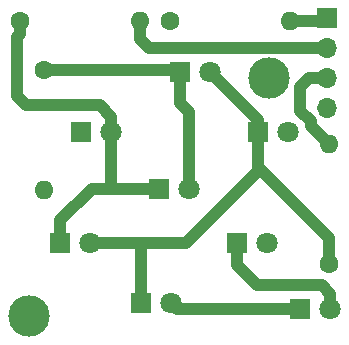
<source format=gbr>
%TF.GenerationSoftware,KiCad,Pcbnew,5.0.2-bee76a0~70~ubuntu18.04.1*%
%TF.CreationDate,2019-02-17T17:10:16-03:00*%
%TF.ProjectId,charlieplex-display-pcb-r00,63686172-6c69-4657-906c-65782d646973,rev?*%
%TF.SameCoordinates,Original*%
%TF.FileFunction,Copper,L2,Bot*%
%TF.FilePolarity,Positive*%
%FSLAX46Y46*%
G04 Gerber Fmt 4.6, Leading zero omitted, Abs format (unit mm)*
G04 Created by KiCad (PCBNEW 5.0.2-bee76a0~70~ubuntu18.04.1) date dom 17 fev 2019 17:10:16 -03*
%MOMM*%
%LPD*%
G01*
G04 APERTURE LIST*
%ADD10O,1.700000X1.700000*%
%ADD11R,1.700000X1.700000*%
%ADD12C,1.800000*%
%ADD13R,1.800000X1.800000*%
%ADD14O,1.600000X1.600000*%
%ADD15C,1.600000*%
%ADD16C,0.800000*%
%ADD17C,3.500000*%
%ADD18C,1.000000*%
G04 APERTURE END LIST*
D10*
X59182000Y-53594000D03*
X59182000Y-51054000D03*
X59182000Y-48514000D03*
D11*
X59182000Y-45974000D03*
D12*
X59436000Y-70612000D03*
D13*
X56896000Y-70612000D03*
X44958000Y-60452000D03*
D12*
X47498000Y-60452000D03*
X40894000Y-55626000D03*
D13*
X38354000Y-55626000D03*
X36576000Y-65024000D03*
D12*
X39116000Y-65024000D03*
X45974000Y-70104000D03*
D13*
X43434000Y-70104000D03*
X51562000Y-65024000D03*
D12*
X54102000Y-65024000D03*
X55880000Y-55626000D03*
D13*
X53340000Y-55626000D03*
X46736000Y-50546000D03*
D12*
X49276000Y-50546000D03*
D14*
X56007000Y-46228000D03*
D15*
X45847000Y-46228000D03*
X33147000Y-46228000D03*
D14*
X43307000Y-46228000D03*
X59309000Y-56642000D03*
D15*
X59309000Y-66802000D03*
X35179000Y-50419000D03*
D14*
X35179000Y-60579000D03*
D16*
X34163000Y-71247000D03*
X34163000Y-71247000D03*
D17*
X33909000Y-71247000D03*
X54229000Y-51054000D03*
D18*
X46482000Y-70612000D02*
X45974000Y-70104000D01*
X56896000Y-70612000D02*
X46482000Y-70612000D01*
X46609000Y-50419000D02*
X46736000Y-50546000D01*
X35179000Y-50419000D02*
X46609000Y-50419000D01*
X47498000Y-60452000D02*
X47498000Y-53975000D01*
X46736000Y-53213000D02*
X46736000Y-50546000D01*
X47498000Y-53975000D02*
X46736000Y-53213000D01*
X57658000Y-51054000D02*
X59182000Y-51054000D01*
X56896000Y-53848000D02*
X56896000Y-51816000D01*
X57785000Y-54737000D02*
X56896000Y-53848000D01*
X56896000Y-51816000D02*
X57658000Y-51054000D01*
X59309000Y-56642000D02*
X57785000Y-55118000D01*
X57785000Y-55118000D02*
X57785000Y-54737000D01*
X53340000Y-54610000D02*
X49276000Y-50546000D01*
X53340000Y-55626000D02*
X53340000Y-54610000D01*
X59309000Y-66802000D02*
X59309000Y-64643000D01*
X53340000Y-58674000D02*
X53340000Y-55626000D01*
X47244000Y-65024000D02*
X53467000Y-58801000D01*
X59309000Y-64643000D02*
X53467000Y-58801000D01*
X53467000Y-58801000D02*
X53340000Y-58674000D01*
X43434000Y-68204000D02*
X43434000Y-65024000D01*
X43434000Y-70104000D02*
X43434000Y-68204000D01*
X39116000Y-65024000D02*
X43434000Y-65024000D01*
X43434000Y-65024000D02*
X47244000Y-65024000D01*
X59436000Y-69339208D02*
X58676792Y-68580000D01*
X59436000Y-70612000D02*
X59436000Y-69339208D01*
X53218000Y-68580000D02*
X51562000Y-66924000D01*
X51562000Y-66924000D02*
X51562000Y-65024000D01*
X58676792Y-68580000D02*
X53218000Y-68580000D01*
X43058000Y-60452000D02*
X44958000Y-60452000D01*
X36576000Y-63124000D02*
X39248000Y-60452000D01*
X36576000Y-65024000D02*
X36576000Y-63124000D01*
X33147000Y-46228000D02*
X33147000Y-47359370D01*
X40894000Y-54353208D02*
X39880792Y-53340000D01*
X40894000Y-55626000D02*
X40894000Y-54353208D01*
X39880792Y-53340000D02*
X33655000Y-53340000D01*
X33655000Y-53340000D02*
X32893000Y-52578000D01*
X32893000Y-47613370D02*
X33147000Y-47359370D01*
X32893000Y-52578000D02*
X32893000Y-47613370D01*
X40894000Y-56898792D02*
X40894000Y-60452000D01*
X40894000Y-55626000D02*
X40894000Y-56898792D01*
X39248000Y-60452000D02*
X40894000Y-60452000D01*
X40894000Y-60452000D02*
X43058000Y-60452000D01*
X59182000Y-48514000D02*
X44069000Y-48514000D01*
X43307000Y-47752000D02*
X43307000Y-46228000D01*
X44069000Y-48514000D02*
X43307000Y-47752000D01*
X58928000Y-46228000D02*
X59182000Y-45974000D01*
X56007000Y-46228000D02*
X58928000Y-46228000D01*
M02*

</source>
